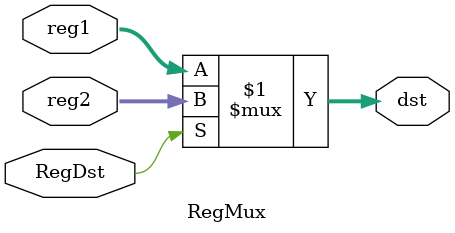
<source format=v>
`ifndef REGMUX
`define REGMUX

module RegMux(RegDst,reg1,reg2,dst);
input RegDst;
input [4:0]reg1,reg2;
output [4:0]dst;

assign dst=RegDst?reg2:reg1;
endmodule
`endif
</source>
